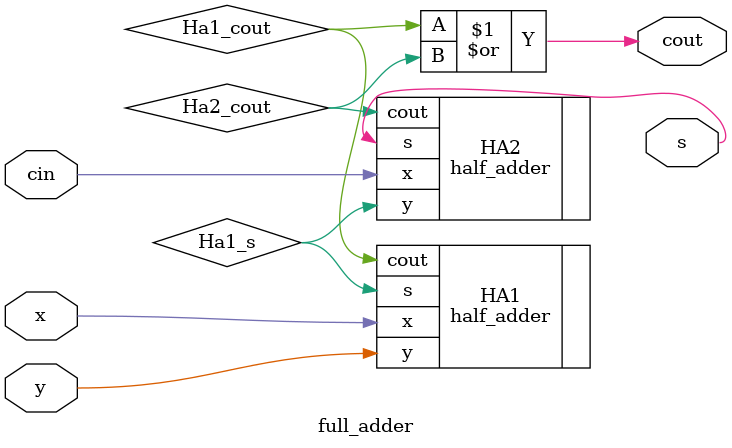
<source format=v>
module full_adder(
input wire x,       // input x
input wire y,       // input y
input wire cin,     // input carry in

output wire s,      // result of x + y
output wire cout    // generated carry
);

wire Ha1_cout;      //wire of A0 half_adder's carry
wire Ha1_s;         // wire of A0 half_adder's sum
wire Ha2_cout;      // wire of A1 half_adder's carry

half_adder HA1( .x(x),      .y(y),      .s(Ha1_s), .cout(Ha1_cout));
half_adder HA2( .x(cin),    .y(Ha1_s),  .s(s),     .cout(Ha2_cout));

assign cout = Ha1_cout | Ha2_cout;

endmodule 
</source>
